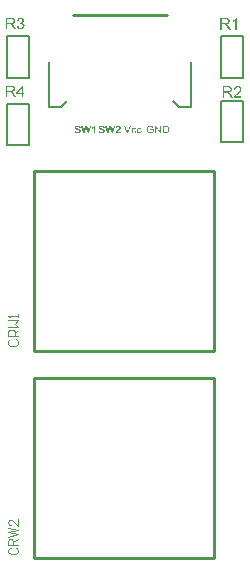
<source format=gbr>
G04*
G04 #@! TF.GenerationSoftware,Altium Limited,Altium Designer,23.0.1 (38)*
G04*
G04 Layer_Color=65535*
%FSLAX25Y25*%
%MOIN*%
G70*
G04*
G04 #@! TF.SameCoordinates,EBFAA98F-4B33-4929-AD0F-5C95987F4AB2*
G04*
G04*
G04 #@! TF.FilePolarity,Positive*
G04*
G01*
G75*
%ADD10C,0.00984*%
%ADD11C,0.00787*%
%ADD12C,0.01000*%
%ADD13C,0.00500*%
%ADD14C,0.00394*%
G36*
X259088Y211110D02*
X259128Y211106D01*
X259176Y211103D01*
X259223Y211095D01*
X259278Y211088D01*
X259394Y211063D01*
X259452Y211044D01*
X259511Y211026D01*
X259569Y211001D01*
X259623Y210972D01*
X259674Y210939D01*
X259722Y210902D01*
X259725Y210899D01*
X259733Y210892D01*
X259744Y210881D01*
X259758Y210866D01*
X259776Y210844D01*
X259798Y210819D01*
X259820Y210790D01*
X259845Y210757D01*
X259867Y210717D01*
X259889Y210677D01*
X259911Y210629D01*
X259929Y210578D01*
X259947Y210527D01*
X259962Y210469D01*
X259973Y210411D01*
X259977Y210346D01*
X259467Y210327D01*
Y210331D01*
Y210335D01*
X259460Y210360D01*
X259452Y210393D01*
X259438Y210433D01*
X259420Y210480D01*
X259394Y210524D01*
X259361Y210567D01*
X259325Y210604D01*
X259321Y210608D01*
X259307Y210618D01*
X259281Y210633D01*
X259245Y210648D01*
X259201Y210662D01*
X259147Y210677D01*
X259081Y210688D01*
X259005Y210691D01*
X258968D01*
X258928Y210688D01*
X258881Y210680D01*
X258826Y210669D01*
X258768Y210651D01*
X258713Y210629D01*
X258663Y210597D01*
X258659Y210593D01*
X258652Y210586D01*
X258637Y210575D01*
X258622Y210557D01*
X258608Y210535D01*
X258593Y210506D01*
X258586Y210476D01*
X258582Y210440D01*
Y210437D01*
Y210426D01*
X258586Y210407D01*
X258593Y210389D01*
X258601Y210364D01*
X258611Y210338D01*
X258630Y210313D01*
X258655Y210287D01*
X258659Y210284D01*
X258677Y210273D01*
X258688Y210265D01*
X258706Y210258D01*
X258724Y210247D01*
X258750Y210236D01*
X258779Y210225D01*
X258812Y210211D01*
X258852Y210196D01*
X258892Y210182D01*
X258943Y210167D01*
X258997Y210153D01*
X259056Y210138D01*
X259121Y210120D01*
X259125D01*
X259139Y210116D01*
X259157Y210113D01*
X259183Y210105D01*
X259212Y210098D01*
X259248Y210087D01*
X259289Y210076D01*
X259329Y210065D01*
X259416Y210036D01*
X259507Y210007D01*
X259594Y209974D01*
X259631Y209956D01*
X259667Y209938D01*
X259671D01*
X259674Y209934D01*
X259696Y209920D01*
X259729Y209898D01*
X259769Y209869D01*
X259813Y209832D01*
X259860Y209789D01*
X259907Y209738D01*
X259947Y209679D01*
X259951Y209672D01*
X259962Y209650D01*
X259980Y209617D01*
X259998Y209570D01*
X260017Y209512D01*
X260035Y209443D01*
X260046Y209366D01*
X260049Y209279D01*
Y209275D01*
Y209268D01*
Y209257D01*
Y209243D01*
X260046Y209224D01*
X260042Y209199D01*
X260035Y209148D01*
X260020Y209082D01*
X259998Y209013D01*
X259966Y208944D01*
X259926Y208871D01*
Y208868D01*
X259918Y208864D01*
X259904Y208842D01*
X259875Y208806D01*
X259838Y208766D01*
X259791Y208718D01*
X259729Y208675D01*
X259664Y208631D01*
X259583Y208591D01*
X259580D01*
X259573Y208587D01*
X259562Y208584D01*
X259543Y208576D01*
X259522Y208569D01*
X259496Y208562D01*
X259467Y208555D01*
X259434Y208547D01*
X259394Y208536D01*
X259354Y208529D01*
X259259Y208515D01*
X259154Y208504D01*
X259037Y208500D01*
X258990D01*
X258957Y208504D01*
X258917Y208507D01*
X258874Y208511D01*
X258823Y208518D01*
X258768Y208529D01*
X258648Y208555D01*
X258586Y208573D01*
X258528Y208591D01*
X258466Y208616D01*
X258408Y208646D01*
X258353Y208678D01*
X258302Y208718D01*
X258298Y208722D01*
X258291Y208729D01*
X258277Y208740D01*
X258262Y208758D01*
X258240Y208784D01*
X258218Y208813D01*
X258193Y208846D01*
X258167Y208882D01*
X258142Y208926D01*
X258117Y208973D01*
X258091Y209028D01*
X258066Y209086D01*
X258047Y209148D01*
X258026Y209217D01*
X258011Y209290D01*
X258000Y209366D01*
X258495Y209414D01*
Y209410D01*
X258499Y209403D01*
Y209388D01*
X258502Y209374D01*
X258517Y209330D01*
X258535Y209275D01*
X258557Y209213D01*
X258590Y209152D01*
X258626Y209097D01*
X258673Y209046D01*
X258681Y209042D01*
X258699Y209028D01*
X258728Y209010D01*
X258772Y208988D01*
X258826Y208966D01*
X258888Y208948D01*
X258961Y208933D01*
X259045Y208929D01*
X259085D01*
X259128Y208937D01*
X259183Y208944D01*
X259241Y208955D01*
X259303Y208973D01*
X259361Y208999D01*
X259412Y209031D01*
X259420Y209035D01*
X259434Y209050D01*
X259452Y209071D01*
X259478Y209101D01*
X259500Y209137D01*
X259522Y209181D01*
X259536Y209224D01*
X259540Y209275D01*
Y209279D01*
Y209290D01*
X259536Y209308D01*
X259532Y209330D01*
X259525Y209352D01*
X259518Y209377D01*
X259503Y209403D01*
X259485Y209428D01*
X259482Y209432D01*
X259474Y209439D01*
X259463Y209450D01*
X259445Y209465D01*
X259420Y209483D01*
X259387Y209501D01*
X259350Y209519D01*
X259303Y209537D01*
X259299D01*
X259285Y209545D01*
X259259Y209552D01*
X259241Y209559D01*
X259219Y209563D01*
X259194Y209570D01*
X259165Y209581D01*
X259132Y209588D01*
X259096Y209599D01*
X259052Y209610D01*
X259005Y209621D01*
X258954Y209636D01*
X258895Y209650D01*
X258892D01*
X258877Y209654D01*
X258855Y209661D01*
X258830Y209668D01*
X258797Y209679D01*
X258757Y209690D01*
X258717Y209705D01*
X258670Y209719D01*
X258575Y209756D01*
X258484Y209800D01*
X258437Y209821D01*
X258397Y209847D01*
X258357Y209872D01*
X258324Y209898D01*
X258320Y209901D01*
X258313Y209909D01*
X258302Y209920D01*
X258288Y209934D01*
X258269Y209956D01*
X258251Y209981D01*
X258229Y210007D01*
X258211Y210040D01*
X258167Y210116D01*
X258131Y210204D01*
X258117Y210251D01*
X258106Y210298D01*
X258098Y210353D01*
X258095Y210407D01*
Y210411D01*
Y210415D01*
Y210426D01*
Y210440D01*
X258102Y210476D01*
X258109Y210524D01*
X258120Y210578D01*
X258138Y210640D01*
X258164Y210706D01*
X258200Y210768D01*
Y210771D01*
X258204Y210775D01*
X258222Y210797D01*
X258244Y210826D01*
X258280Y210862D01*
X258324Y210902D01*
X258379Y210946D01*
X258440Y210986D01*
X258513Y211022D01*
X258517D01*
X258524Y211026D01*
X258535Y211030D01*
X258550Y211037D01*
X258572Y211044D01*
X258593Y211052D01*
X258622Y211059D01*
X258655Y211070D01*
X258728Y211084D01*
X258812Y211099D01*
X258906Y211110D01*
X259012Y211114D01*
X259056D01*
X259088Y211110D01*
D02*
G37*
G36*
X262932Y208547D02*
X262383D01*
X261888Y210429D01*
X261385Y208547D01*
X260832D01*
X260235Y211066D01*
X260755D01*
X261134Y209334D01*
X261593Y211066D01*
X262204D01*
X262641Y209304D01*
X263027Y211066D01*
X263540D01*
X262932Y208547D01*
D02*
G37*
G36*
X264588Y211077D02*
X264621Y211073D01*
X264658Y211070D01*
X264698Y211063D01*
X264741Y211055D01*
X264836Y211030D01*
X264931Y210993D01*
X264982Y210972D01*
X265025Y210946D01*
X265072Y210913D01*
X265113Y210877D01*
X265116Y210873D01*
X265124Y210870D01*
X265131Y210855D01*
X265145Y210841D01*
X265163Y210822D01*
X265182Y210797D01*
X265200Y210771D01*
X265222Y210739D01*
X265258Y210666D01*
X265295Y210582D01*
X265309Y210535D01*
X265316Y210484D01*
X265324Y210429D01*
X265327Y210375D01*
Y210367D01*
Y210346D01*
X265324Y210313D01*
X265320Y210273D01*
X265313Y210222D01*
X265302Y210167D01*
X265287Y210109D01*
X265265Y210051D01*
X265262Y210043D01*
X265254Y210025D01*
X265240Y209992D01*
X265218Y209952D01*
X265193Y209905D01*
X265160Y209850D01*
X265120Y209792D01*
X265072Y209730D01*
X265069Y209727D01*
X265054Y209708D01*
X265033Y209683D01*
X265000Y209647D01*
X264956Y209603D01*
X264901Y209545D01*
X264836Y209483D01*
X264756Y209406D01*
X264752Y209403D01*
X264745Y209399D01*
X264734Y209388D01*
X264719Y209374D01*
X264679Y209337D01*
X264632Y209294D01*
X264585Y209246D01*
X264537Y209199D01*
X264494Y209159D01*
X264479Y209141D01*
X264465Y209126D01*
X264461Y209122D01*
X264454Y209115D01*
X264443Y209101D01*
X264428Y209082D01*
X264395Y209042D01*
X264366Y208995D01*
X265327D01*
Y208547D01*
X263635D01*
Y208551D01*
Y208558D01*
X263638Y208573D01*
X263642Y208591D01*
X263646Y208613D01*
X263649Y208638D01*
X263664Y208704D01*
X263686Y208777D01*
X263715Y208857D01*
X263751Y208944D01*
X263798Y209028D01*
Y209031D01*
X263806Y209039D01*
X263813Y209053D01*
X263828Y209068D01*
X263842Y209093D01*
X263864Y209119D01*
X263890Y209152D01*
X263919Y209188D01*
X263951Y209232D01*
X263991Y209275D01*
X264035Y209326D01*
X264086Y209381D01*
X264141Y209436D01*
X264203Y209497D01*
X264268Y209563D01*
X264341Y209632D01*
X264345Y209636D01*
X264355Y209647D01*
X264370Y209661D01*
X264392Y209683D01*
X264421Y209705D01*
X264450Y209734D01*
X264516Y209800D01*
X264581Y209869D01*
X264647Y209938D01*
X264676Y209967D01*
X264705Y210000D01*
X264727Y210025D01*
X264741Y210047D01*
X264745Y210054D01*
X264756Y210072D01*
X264774Y210102D01*
X264792Y210142D01*
X264810Y210185D01*
X264829Y210236D01*
X264840Y210287D01*
X264843Y210342D01*
Y210346D01*
Y210349D01*
Y210367D01*
X264840Y210400D01*
X264832Y210437D01*
X264821Y210476D01*
X264807Y210517D01*
X264785Y210557D01*
X264756Y210593D01*
X264752Y210597D01*
X264741Y210608D01*
X264719Y210622D01*
X264694Y210637D01*
X264658Y210651D01*
X264617Y210666D01*
X264570Y210677D01*
X264516Y210680D01*
X264490D01*
X264461Y210677D01*
X264428Y210669D01*
X264388Y210659D01*
X264348Y210640D01*
X264308Y210618D01*
X264272Y210589D01*
X264268Y210586D01*
X264257Y210571D01*
X264243Y210549D01*
X264228Y210517D01*
X264210Y210476D01*
X264195Y210422D01*
X264181Y210360D01*
X264173Y210287D01*
X263693Y210335D01*
Y210338D01*
X263697Y210353D01*
Y210371D01*
X263704Y210400D01*
X263707Y210433D01*
X263718Y210469D01*
X263729Y210509D01*
X263740Y210557D01*
X263777Y210648D01*
X263820Y210742D01*
X263849Y210790D01*
X263882Y210833D01*
X263919Y210870D01*
X263959Y210906D01*
X263962Y210910D01*
X263970Y210913D01*
X263981Y210921D01*
X263999Y210935D01*
X264021Y210946D01*
X264050Y210961D01*
X264079Y210979D01*
X264115Y210993D01*
X264155Y211012D01*
X264199Y211026D01*
X264294Y211055D01*
X264406Y211073D01*
X264465Y211077D01*
X264527Y211081D01*
X264563D01*
X264588Y211077D01*
D02*
G37*
G36*
X251088Y211110D02*
X251128Y211106D01*
X251176Y211103D01*
X251223Y211095D01*
X251278Y211088D01*
X251394Y211063D01*
X251452Y211044D01*
X251511Y211026D01*
X251569Y211001D01*
X251623Y210972D01*
X251674Y210939D01*
X251722Y210902D01*
X251725Y210899D01*
X251733Y210892D01*
X251744Y210881D01*
X251758Y210866D01*
X251776Y210844D01*
X251798Y210819D01*
X251820Y210790D01*
X251846Y210757D01*
X251867Y210717D01*
X251889Y210677D01*
X251911Y210629D01*
X251929Y210578D01*
X251947Y210527D01*
X251962Y210469D01*
X251973Y210411D01*
X251976Y210346D01*
X251467Y210327D01*
Y210331D01*
Y210335D01*
X251460Y210360D01*
X251452Y210393D01*
X251438Y210433D01*
X251420Y210480D01*
X251394Y210524D01*
X251361Y210567D01*
X251325Y210604D01*
X251321Y210608D01*
X251307Y210618D01*
X251281Y210633D01*
X251245Y210648D01*
X251201Y210662D01*
X251147Y210677D01*
X251081Y210688D01*
X251005Y210691D01*
X250968D01*
X250928Y210688D01*
X250881Y210680D01*
X250826Y210669D01*
X250768Y210651D01*
X250713Y210629D01*
X250662Y210597D01*
X250659Y210593D01*
X250652Y210586D01*
X250637Y210575D01*
X250622Y210557D01*
X250608Y210535D01*
X250593Y210506D01*
X250586Y210476D01*
X250582Y210440D01*
Y210437D01*
Y210426D01*
X250586Y210407D01*
X250593Y210389D01*
X250601Y210364D01*
X250611Y210338D01*
X250630Y210313D01*
X250655Y210287D01*
X250659Y210284D01*
X250677Y210273D01*
X250688Y210265D01*
X250706Y210258D01*
X250724Y210247D01*
X250750Y210236D01*
X250779Y210225D01*
X250812Y210211D01*
X250852Y210196D01*
X250892Y210182D01*
X250943Y210167D01*
X250997Y210153D01*
X251056Y210138D01*
X251121Y210120D01*
X251125D01*
X251139Y210116D01*
X251157Y210113D01*
X251183Y210105D01*
X251212Y210098D01*
X251249Y210087D01*
X251289Y210076D01*
X251329Y210065D01*
X251416Y210036D01*
X251507Y210007D01*
X251594Y209974D01*
X251631Y209956D01*
X251667Y209938D01*
X251671D01*
X251674Y209934D01*
X251696Y209920D01*
X251729Y209898D01*
X251769Y209869D01*
X251813Y209832D01*
X251860Y209789D01*
X251907Y209738D01*
X251947Y209679D01*
X251951Y209672D01*
X251962Y209650D01*
X251980Y209617D01*
X251998Y209570D01*
X252017Y209512D01*
X252035Y209443D01*
X252046Y209366D01*
X252049Y209279D01*
Y209275D01*
Y209268D01*
Y209257D01*
Y209243D01*
X252046Y209224D01*
X252042Y209199D01*
X252035Y209148D01*
X252020Y209082D01*
X251998Y209013D01*
X251966Y208944D01*
X251926Y208871D01*
Y208868D01*
X251918Y208864D01*
X251904Y208842D01*
X251875Y208806D01*
X251838Y208766D01*
X251791Y208718D01*
X251729Y208675D01*
X251663Y208631D01*
X251583Y208591D01*
X251580D01*
X251572Y208587D01*
X251562Y208584D01*
X251543Y208576D01*
X251521Y208569D01*
X251496Y208562D01*
X251467Y208555D01*
X251434Y208547D01*
X251394Y208536D01*
X251354Y208529D01*
X251259Y208515D01*
X251154Y208504D01*
X251037Y208500D01*
X250990D01*
X250957Y208504D01*
X250917Y208507D01*
X250874Y208511D01*
X250823Y208518D01*
X250768Y208529D01*
X250648Y208555D01*
X250586Y208573D01*
X250528Y208591D01*
X250466Y208616D01*
X250408Y208646D01*
X250353Y208678D01*
X250302Y208718D01*
X250299Y208722D01*
X250291Y208729D01*
X250277Y208740D01*
X250262Y208758D01*
X250240Y208784D01*
X250218Y208813D01*
X250193Y208846D01*
X250167Y208882D01*
X250142Y208926D01*
X250116Y208973D01*
X250091Y209028D01*
X250065Y209086D01*
X250047Y209148D01*
X250026Y209217D01*
X250011Y209290D01*
X250000Y209366D01*
X250495Y209414D01*
Y209410D01*
X250499Y209403D01*
Y209388D01*
X250502Y209374D01*
X250517Y209330D01*
X250535Y209275D01*
X250557Y209213D01*
X250590Y209152D01*
X250626Y209097D01*
X250673Y209046D01*
X250681Y209042D01*
X250699Y209028D01*
X250728Y209010D01*
X250772Y208988D01*
X250826Y208966D01*
X250888Y208948D01*
X250961Y208933D01*
X251045Y208929D01*
X251085D01*
X251128Y208937D01*
X251183Y208944D01*
X251241Y208955D01*
X251303Y208973D01*
X251361Y208999D01*
X251412Y209031D01*
X251420Y209035D01*
X251434Y209050D01*
X251452Y209071D01*
X251478Y209101D01*
X251500Y209137D01*
X251521Y209181D01*
X251536Y209224D01*
X251540Y209275D01*
Y209279D01*
Y209290D01*
X251536Y209308D01*
X251532Y209330D01*
X251525Y209352D01*
X251518Y209377D01*
X251503Y209403D01*
X251485Y209428D01*
X251482Y209432D01*
X251474Y209439D01*
X251463Y209450D01*
X251445Y209465D01*
X251420Y209483D01*
X251387Y209501D01*
X251350Y209519D01*
X251303Y209537D01*
X251300D01*
X251285Y209545D01*
X251259Y209552D01*
X251241Y209559D01*
X251219Y209563D01*
X251194Y209570D01*
X251165Y209581D01*
X251132Y209588D01*
X251096Y209599D01*
X251052Y209610D01*
X251005Y209621D01*
X250954Y209636D01*
X250895Y209650D01*
X250892D01*
X250877Y209654D01*
X250855Y209661D01*
X250830Y209668D01*
X250797Y209679D01*
X250757Y209690D01*
X250717Y209705D01*
X250670Y209719D01*
X250575Y209756D01*
X250484Y209800D01*
X250437Y209821D01*
X250397Y209847D01*
X250357Y209872D01*
X250324Y209898D01*
X250320Y209901D01*
X250313Y209909D01*
X250302Y209920D01*
X250288Y209934D01*
X250269Y209956D01*
X250251Y209981D01*
X250229Y210007D01*
X250211Y210040D01*
X250167Y210116D01*
X250131Y210204D01*
X250116Y210251D01*
X250106Y210298D01*
X250098Y210353D01*
X250095Y210407D01*
Y210411D01*
Y210415D01*
Y210426D01*
Y210440D01*
X250102Y210476D01*
X250109Y210524D01*
X250120Y210578D01*
X250138Y210640D01*
X250164Y210706D01*
X250200Y210768D01*
Y210771D01*
X250204Y210775D01*
X250222Y210797D01*
X250244Y210826D01*
X250280Y210862D01*
X250324Y210902D01*
X250379Y210946D01*
X250440Y210986D01*
X250513Y211022D01*
X250517D01*
X250524Y211026D01*
X250535Y211030D01*
X250550Y211037D01*
X250571Y211044D01*
X250593Y211052D01*
X250622Y211059D01*
X250655Y211070D01*
X250728Y211084D01*
X250812Y211099D01*
X250906Y211110D01*
X251012Y211114D01*
X251056D01*
X251088Y211110D01*
D02*
G37*
G36*
X254932Y208547D02*
X254383D01*
X253888Y210429D01*
X253385Y208547D01*
X252832D01*
X252235Y211066D01*
X252755D01*
X253134Y209334D01*
X253593Y211066D01*
X254204D01*
X254641Y209304D01*
X255027Y211066D01*
X255540D01*
X254932Y208547D01*
D02*
G37*
G36*
X256931D02*
X256446D01*
Y210371D01*
X256443Y210367D01*
X256435Y210360D01*
X256421Y210349D01*
X256399Y210331D01*
X256374Y210309D01*
X256345Y210287D01*
X256308Y210262D01*
X256268Y210233D01*
X256224Y210204D01*
X256177Y210174D01*
X256126Y210142D01*
X256071Y210113D01*
X255955Y210058D01*
X255824Y210007D01*
Y210444D01*
X255828D01*
X255831Y210447D01*
X255842Y210451D01*
X255857Y210455D01*
X255893Y210473D01*
X255944Y210495D01*
X256006Y210524D01*
X256075Y210564D01*
X256152Y210615D01*
X256232Y210673D01*
X256235Y210677D01*
X256243Y210680D01*
X256254Y210691D01*
X256268Y210706D01*
X256308Y210742D01*
X256352Y210790D01*
X256403Y210848D01*
X256454Y210921D01*
X256501Y210997D01*
X256537Y211081D01*
X256931D01*
Y208547D01*
D02*
G37*
G36*
X271621Y210404D02*
X271643D01*
X271672Y210400D01*
X271742Y210389D01*
X271818Y210371D01*
X271898Y210342D01*
X271978Y210305D01*
X272055Y210255D01*
X272058D01*
X272062Y210247D01*
X272084Y210225D01*
X272116Y210193D01*
X272157Y210145D01*
X272197Y210087D01*
X272237Y210014D01*
X272273Y209930D01*
X272299Y209832D01*
X271996Y209785D01*
Y209789D01*
X271993Y209792D01*
X271989Y209814D01*
X271978Y209847D01*
X271960Y209887D01*
X271942Y209930D01*
X271913Y209978D01*
X271880Y210021D01*
X271844Y210058D01*
X271840Y210062D01*
X271825Y210072D01*
X271800Y210087D01*
X271771Y210105D01*
X271731Y210123D01*
X271687Y210138D01*
X271636Y210149D01*
X271581Y210153D01*
X271560D01*
X271541Y210149D01*
X271501Y210145D01*
X271447Y210131D01*
X271389Y210113D01*
X271323Y210083D01*
X271261Y210040D01*
X271232Y210014D01*
X271203Y209985D01*
Y209981D01*
X271196Y209978D01*
X271188Y209967D01*
X271181Y209952D01*
X271170Y209934D01*
X271156Y209912D01*
X271145Y209887D01*
X271130Y209858D01*
X271115Y209821D01*
X271105Y209781D01*
X271090Y209738D01*
X271079Y209690D01*
X271072Y209639D01*
X271065Y209581D01*
X271057Y209519D01*
Y209454D01*
Y209450D01*
Y209439D01*
Y209417D01*
X271061Y209395D01*
Y209363D01*
X271065Y209330D01*
X271076Y209250D01*
X271090Y209162D01*
X271115Y209071D01*
X271148Y208991D01*
X271170Y208951D01*
X271196Y208919D01*
X271203Y208911D01*
X271221Y208893D01*
X271254Y208868D01*
X271294Y208839D01*
X271349Y208806D01*
X271410Y208780D01*
X271483Y208762D01*
X271523Y208758D01*
X271563Y208755D01*
X271570D01*
X271592Y208758D01*
X271629Y208762D01*
X271669Y208769D01*
X271716Y208780D01*
X271767Y208802D01*
X271818Y208828D01*
X271865Y208864D01*
X271873Y208868D01*
X271884Y208886D01*
X271905Y208911D01*
X271931Y208951D01*
X271956Y208999D01*
X271986Y209057D01*
X272007Y209130D01*
X272022Y209210D01*
X272328Y209170D01*
Y209166D01*
X272324Y209155D01*
X272320Y209141D01*
X272317Y209119D01*
X272309Y209090D01*
X272302Y209061D01*
X272277Y208988D01*
X272244Y208911D01*
X272197Y208828D01*
X272138Y208748D01*
X272106Y208711D01*
X272069Y208675D01*
X272066Y208671D01*
X272058Y208667D01*
X272047Y208660D01*
X272033Y208649D01*
X272015Y208635D01*
X271989Y208620D01*
X271960Y208606D01*
X271931Y208587D01*
X271858Y208555D01*
X271771Y208529D01*
X271676Y208507D01*
X271621Y208504D01*
X271567Y208500D01*
X271531D01*
X271505Y208504D01*
X271472Y208507D01*
X271436Y208515D01*
X271396Y208522D01*
X271352Y208529D01*
X271254Y208558D01*
X271206Y208580D01*
X271156Y208602D01*
X271105Y208631D01*
X271057Y208664D01*
X271010Y208700D01*
X270966Y208744D01*
X270963Y208748D01*
X270955Y208755D01*
X270944Y208769D01*
X270930Y208788D01*
X270915Y208813D01*
X270894Y208846D01*
X270875Y208882D01*
X270853Y208922D01*
X270832Y208970D01*
X270813Y209024D01*
X270792Y209079D01*
X270777Y209144D01*
X270762Y209210D01*
X270752Y209286D01*
X270744Y209363D01*
X270741Y209446D01*
Y209450D01*
Y209461D01*
Y209475D01*
Y209497D01*
X270744Y209523D01*
Y209552D01*
X270748Y209585D01*
X270752Y209621D01*
X270762Y209701D01*
X270781Y209789D01*
X270802Y209876D01*
X270835Y209963D01*
Y209967D01*
X270839Y209974D01*
X270846Y209985D01*
X270853Y210000D01*
X270875Y210040D01*
X270908Y210087D01*
X270952Y210142D01*
X271003Y210196D01*
X271065Y210251D01*
X271134Y210295D01*
X271137D01*
X271145Y210298D01*
X271156Y210305D01*
X271170Y210313D01*
X271188Y210320D01*
X271210Y210331D01*
X271265Y210353D01*
X271327Y210371D01*
X271403Y210389D01*
X271483Y210404D01*
X271570Y210407D01*
X271600D01*
X271621Y210404D01*
D02*
G37*
G36*
X269860D02*
X269882D01*
X269911Y210400D01*
X269980Y210389D01*
X270056Y210371D01*
X270136Y210342D01*
X270216Y210305D01*
X270293Y210255D01*
X270297D01*
X270300Y210247D01*
X270322Y210225D01*
X270355Y210193D01*
X270395Y210145D01*
X270435Y210087D01*
X270475Y210014D01*
X270511Y209930D01*
X270537Y209832D01*
X270235Y209785D01*
Y209789D01*
X270231Y209792D01*
X270227Y209814D01*
X270216Y209847D01*
X270198Y209887D01*
X270180Y209930D01*
X270151Y209978D01*
X270118Y210021D01*
X270082Y210058D01*
X270078Y210062D01*
X270064Y210072D01*
X270038Y210087D01*
X270009Y210105D01*
X269969Y210123D01*
X269925Y210138D01*
X269874Y210149D01*
X269820Y210153D01*
X269798D01*
X269780Y210149D01*
X269740Y210145D01*
X269685Y210131D01*
X269627Y210113D01*
X269561Y210083D01*
X269499Y210040D01*
X269470Y210014D01*
X269441Y209985D01*
Y209981D01*
X269434Y209978D01*
X269427Y209967D01*
X269419Y209952D01*
X269408Y209934D01*
X269394Y209912D01*
X269383Y209887D01*
X269368Y209858D01*
X269354Y209821D01*
X269343Y209781D01*
X269328Y209738D01*
X269317Y209690D01*
X269310Y209639D01*
X269303Y209581D01*
X269296Y209519D01*
Y209454D01*
Y209450D01*
Y209439D01*
Y209417D01*
X269299Y209395D01*
Y209363D01*
X269303Y209330D01*
X269314Y209250D01*
X269328Y209162D01*
X269354Y209071D01*
X269387Y208991D01*
X269408Y208951D01*
X269434Y208919D01*
X269441Y208911D01*
X269459Y208893D01*
X269492Y208868D01*
X269532Y208839D01*
X269587Y208806D01*
X269649Y208780D01*
X269721Y208762D01*
X269761Y208758D01*
X269801Y208755D01*
X269809D01*
X269831Y208758D01*
X269867Y208762D01*
X269907Y208769D01*
X269954Y208780D01*
X270005Y208802D01*
X270056Y208828D01*
X270104Y208864D01*
X270111Y208868D01*
X270122Y208886D01*
X270144Y208911D01*
X270169Y208951D01*
X270195Y208999D01*
X270224Y209057D01*
X270246Y209130D01*
X270260Y209210D01*
X270566Y209170D01*
Y209166D01*
X270562Y209155D01*
X270559Y209141D01*
X270555Y209119D01*
X270548Y209090D01*
X270540Y209061D01*
X270515Y208988D01*
X270482Y208911D01*
X270435Y208828D01*
X270377Y208748D01*
X270344Y208711D01*
X270307Y208675D01*
X270304Y208671D01*
X270297Y208667D01*
X270286Y208660D01*
X270271Y208649D01*
X270253Y208635D01*
X270227Y208620D01*
X270198Y208606D01*
X270169Y208587D01*
X270096Y208555D01*
X270009Y208529D01*
X269914Y208507D01*
X269860Y208504D01*
X269805Y208500D01*
X269769D01*
X269743Y208504D01*
X269710Y208507D01*
X269674Y208515D01*
X269634Y208522D01*
X269590Y208529D01*
X269492Y208558D01*
X269445Y208580D01*
X269394Y208602D01*
X269343Y208631D01*
X269296Y208664D01*
X269248Y208700D01*
X269204Y208744D01*
X269201Y208748D01*
X269194Y208755D01*
X269183Y208769D01*
X269168Y208788D01*
X269154Y208813D01*
X269132Y208846D01*
X269113Y208882D01*
X269092Y208922D01*
X269070Y208970D01*
X269052Y209024D01*
X269030Y209079D01*
X269015Y209144D01*
X269001Y209210D01*
X268990Y209286D01*
X268983Y209363D01*
X268979Y209446D01*
Y209450D01*
Y209461D01*
Y209475D01*
Y209497D01*
X268983Y209523D01*
Y209552D01*
X268986Y209585D01*
X268990Y209621D01*
X269001Y209701D01*
X269019Y209789D01*
X269041Y209876D01*
X269074Y209963D01*
Y209967D01*
X269077Y209974D01*
X269084Y209985D01*
X269092Y210000D01*
X269113Y210040D01*
X269146Y210087D01*
X269190Y210142D01*
X269241Y210196D01*
X269303Y210251D01*
X269372Y210295D01*
X269376D01*
X269383Y210298D01*
X269394Y210305D01*
X269408Y210313D01*
X269427Y210320D01*
X269448Y210331D01*
X269503Y210353D01*
X269565Y210371D01*
X269641Y210389D01*
X269721Y210404D01*
X269809Y210407D01*
X269838D01*
X269860Y210404D01*
D02*
G37*
G36*
X267825Y208540D02*
X267476D01*
X266500Y211059D01*
X266864D01*
X267519Y209228D01*
Y209224D01*
X267523Y209217D01*
X267527Y209206D01*
X267534Y209192D01*
X267537Y209170D01*
X267545Y209148D01*
X267563Y209093D01*
X267585Y209031D01*
X267607Y208962D01*
X267650Y208817D01*
Y208820D01*
X267654Y208828D01*
X267657Y208839D01*
X267661Y208853D01*
X267672Y208893D01*
X267690Y208948D01*
X267708Y209010D01*
X267730Y209079D01*
X267756Y209152D01*
X267785Y209228D01*
X268469Y211059D01*
X268808D01*
X267825Y208540D01*
D02*
G37*
G36*
X275329Y211103D02*
X275358D01*
X275427Y211095D01*
X275503Y211084D01*
X275583Y211066D01*
X275671Y211044D01*
X275754Y211015D01*
X275758D01*
X275765Y211012D01*
X275776Y211008D01*
X275791Y211001D01*
X275831Y210979D01*
X275882Y210953D01*
X275937Y210917D01*
X275995Y210873D01*
X276049Y210826D01*
X276100Y210768D01*
X276108Y210760D01*
X276122Y210739D01*
X276144Y210706D01*
X276173Y210659D01*
X276202Y210600D01*
X276235Y210527D01*
X276268Y210447D01*
X276293Y210356D01*
X275991Y210276D01*
Y210280D01*
X275987Y210284D01*
X275984Y210295D01*
X275980Y210309D01*
X275969Y210342D01*
X275955Y210385D01*
X275933Y210437D01*
X275907Y210484D01*
X275882Y210535D01*
X275849Y210578D01*
X275846Y210582D01*
X275835Y210597D01*
X275813Y210615D01*
X275787Y210640D01*
X275754Y210669D01*
X275711Y210699D01*
X275663Y210728D01*
X275609Y210753D01*
X275602Y210757D01*
X275583Y210764D01*
X275551Y210775D01*
X275507Y210790D01*
X275456Y210801D01*
X275398Y210811D01*
X275332Y210819D01*
X275263Y210822D01*
X275223D01*
X275205Y210819D01*
X275183D01*
X275128Y210815D01*
X275066Y210804D01*
X274997Y210793D01*
X274932Y210775D01*
X274866Y210750D01*
X274859Y210746D01*
X274837Y210739D01*
X274808Y210720D01*
X274772Y210702D01*
X274728Y210673D01*
X274681Y210644D01*
X274637Y210608D01*
X274597Y210567D01*
X274593Y210564D01*
X274579Y210549D01*
X274561Y210524D01*
X274539Y210495D01*
X274513Y210458D01*
X274488Y210415D01*
X274462Y210367D01*
X274437Y210316D01*
Y210313D01*
X274433Y210305D01*
X274429Y210295D01*
X274422Y210276D01*
X274415Y210255D01*
X274408Y210229D01*
X274397Y210200D01*
X274390Y210167D01*
X274371Y210091D01*
X274357Y210003D01*
X274346Y209912D01*
X274342Y209810D01*
Y209807D01*
Y209796D01*
Y209778D01*
X274346Y209756D01*
Y209727D01*
X274349Y209690D01*
X274353Y209654D01*
X274357Y209614D01*
X274371Y209523D01*
X274390Y209428D01*
X274419Y209334D01*
X274455Y209243D01*
Y209239D01*
X274462Y209232D01*
X274466Y209221D01*
X274477Y209206D01*
X274502Y209166D01*
X274542Y209115D01*
X274590Y209061D01*
X274648Y209006D01*
X274717Y208955D01*
X274794Y208908D01*
X274797D01*
X274804Y208904D01*
X274815Y208897D01*
X274834Y208890D01*
X274852Y208882D01*
X274877Y208875D01*
X274936Y208853D01*
X275008Y208835D01*
X275088Y208817D01*
X275176Y208802D01*
X275267Y208799D01*
X275303D01*
X275325Y208802D01*
X275347D01*
X275401Y208809D01*
X275467Y208817D01*
X275536Y208831D01*
X275612Y208853D01*
X275689Y208879D01*
X275693D01*
X275700Y208882D01*
X275707Y208886D01*
X275722Y208893D01*
X275762Y208911D01*
X275805Y208933D01*
X275856Y208959D01*
X275911Y208988D01*
X275962Y209020D01*
X276006Y209057D01*
Y209530D01*
X275263D01*
Y209829D01*
X276333D01*
Y208893D01*
X276330Y208890D01*
X276322Y208886D01*
X276308Y208875D01*
X276290Y208860D01*
X276268Y208846D01*
X276242Y208828D01*
X276209Y208806D01*
X276177Y208784D01*
X276100Y208737D01*
X276013Y208686D01*
X275922Y208638D01*
X275824Y208598D01*
X275820D01*
X275813Y208595D01*
X275798Y208591D01*
X275780Y208584D01*
X275754Y208576D01*
X275725Y208565D01*
X275693Y208558D01*
X275660Y208551D01*
X275580Y208533D01*
X275489Y208515D01*
X275391Y208504D01*
X275289Y208500D01*
X275252D01*
X275227Y208504D01*
X275194D01*
X275154Y208507D01*
X275110Y208515D01*
X275063Y208518D01*
X274957Y208540D01*
X274845Y208565D01*
X274728Y208606D01*
X274670Y208627D01*
X274611Y208657D01*
X274608Y208660D01*
X274597Y208664D01*
X274582Y208675D01*
X274561Y208686D01*
X274535Y208704D01*
X274510Y208722D01*
X274440Y208773D01*
X274368Y208839D01*
X274291Y208919D01*
X274218Y209010D01*
X274153Y209115D01*
Y209119D01*
X274146Y209130D01*
X274138Y209144D01*
X274127Y209170D01*
X274116Y209195D01*
X274106Y209232D01*
X274091Y209268D01*
X274076Y209312D01*
X274062Y209359D01*
X274047Y209414D01*
X274036Y209468D01*
X274026Y209526D01*
X274007Y209654D01*
X274000Y209789D01*
Y209792D01*
Y209807D01*
Y209825D01*
X274004Y209850D01*
Y209883D01*
X274007Y209923D01*
X274015Y209963D01*
X274018Y210011D01*
X274029Y210062D01*
X274036Y210116D01*
X274065Y210233D01*
X274102Y210353D01*
X274153Y210473D01*
X274156Y210476D01*
X274160Y210487D01*
X274167Y210502D01*
X274182Y210524D01*
X274197Y210553D01*
X274215Y210582D01*
X274266Y210651D01*
X274328Y210731D01*
X274404Y210808D01*
X274491Y210884D01*
X274542Y210917D01*
X274593Y210950D01*
X274597Y210953D01*
X274608Y210957D01*
X274622Y210964D01*
X274644Y210975D01*
X274673Y210986D01*
X274706Y211001D01*
X274743Y211015D01*
X274786Y211030D01*
X274834Y211044D01*
X274885Y211055D01*
X274939Y211070D01*
X274997Y211081D01*
X275125Y211099D01*
X275190Y211106D01*
X275307D01*
X275329Y211103D01*
D02*
G37*
G36*
X278805Y208544D02*
X278459D01*
X277141Y210520D01*
Y208544D01*
X276821D01*
Y211063D01*
X277163D01*
X278485Y209082D01*
Y211063D01*
X278805D01*
Y208544D01*
D02*
G37*
G36*
X280399Y211059D02*
X280472Y211055D01*
X280545Y211048D01*
X280617Y211037D01*
X280679Y211026D01*
X280683D01*
X280690Y211022D01*
X280701D01*
X280716Y211015D01*
X280756Y211004D01*
X280807Y210986D01*
X280865Y210961D01*
X280927Y210928D01*
X280989Y210892D01*
X281047Y210844D01*
X281051Y210841D01*
X281054Y210837D01*
X281065Y210826D01*
X281080Y210815D01*
X281116Y210779D01*
X281160Y210728D01*
X281207Y210666D01*
X281258Y210593D01*
X281306Y210509D01*
X281346Y210415D01*
Y210411D01*
X281349Y210404D01*
X281356Y210389D01*
X281360Y210367D01*
X281371Y210342D01*
X281378Y210313D01*
X281386Y210280D01*
X281397Y210240D01*
X281407Y210200D01*
X281415Y210153D01*
X281433Y210051D01*
X281444Y209938D01*
X281447Y209814D01*
Y209810D01*
Y209803D01*
Y209785D01*
Y209767D01*
X281444Y209741D01*
Y209712D01*
X281440Y209643D01*
X281429Y209563D01*
X281418Y209479D01*
X281400Y209392D01*
X281378Y209304D01*
Y209301D01*
X281375Y209294D01*
X281371Y209283D01*
X281367Y209268D01*
X281353Y209228D01*
X281331Y209177D01*
X281309Y209119D01*
X281280Y209061D01*
X281244Y208999D01*
X281207Y208940D01*
X281204Y208933D01*
X281189Y208915D01*
X281167Y208890D01*
X281138Y208857D01*
X281105Y208820D01*
X281065Y208784D01*
X281025Y208744D01*
X280978Y208711D01*
X280971Y208707D01*
X280956Y208697D01*
X280931Y208682D01*
X280894Y208664D01*
X280851Y208642D01*
X280800Y208624D01*
X280741Y208602D01*
X280676Y208584D01*
X280668D01*
X280658Y208580D01*
X280647Y208576D01*
X280610Y208573D01*
X280559Y208565D01*
X280501Y208558D01*
X280432Y208551D01*
X280355Y208547D01*
X280272Y208544D01*
X279365D01*
Y211063D01*
X280334D01*
X280399Y211059D01*
D02*
G37*
G36*
X232755Y221954D02*
X233277D01*
Y221521D01*
X232755D01*
Y220600D01*
X232284D01*
Y221521D01*
X230613D01*
Y221954D01*
X232372Y224441D01*
X232755D01*
Y221954D01*
D02*
G37*
G36*
X228926Y224435D02*
X228976D01*
X229093Y224429D01*
X229215Y224413D01*
X229348Y224396D01*
X229470Y224368D01*
X229531Y224352D01*
X229581Y224335D01*
X229586D01*
X229592Y224330D01*
X229625Y224313D01*
X229675Y224291D01*
X229736Y224252D01*
X229803Y224202D01*
X229875Y224135D01*
X229942Y224058D01*
X230008Y223969D01*
Y223963D01*
X230014Y223958D01*
X230036Y223924D01*
X230058Y223869D01*
X230091Y223797D01*
X230119Y223713D01*
X230147Y223614D01*
X230164Y223508D01*
X230169Y223392D01*
Y223386D01*
Y223375D01*
Y223353D01*
X230164Y223325D01*
Y223286D01*
X230158Y223247D01*
X230136Y223153D01*
X230103Y223042D01*
X230058Y222925D01*
X229992Y222809D01*
X229947Y222753D01*
X229903Y222698D01*
X229897Y222692D01*
X229892Y222687D01*
X229875Y222670D01*
X229853Y222654D01*
X229825Y222631D01*
X229792Y222609D01*
X229747Y222581D01*
X229703Y222548D01*
X229647Y222520D01*
X229586Y222493D01*
X229520Y222459D01*
X229448Y222431D01*
X229364Y222409D01*
X229281Y222382D01*
X229187Y222365D01*
X229087Y222348D01*
X229098Y222343D01*
X229120Y222332D01*
X229153Y222309D01*
X229198Y222287D01*
X229298Y222226D01*
X229348Y222187D01*
X229392Y222154D01*
X229403Y222143D01*
X229431Y222115D01*
X229475Y222071D01*
X229531Y222015D01*
X229592Y221938D01*
X229664Y221854D01*
X229736Y221754D01*
X229814Y221643D01*
X230474Y220600D01*
X229842D01*
X229337Y221399D01*
Y221405D01*
X229326Y221416D01*
X229314Y221432D01*
X229298Y221455D01*
X229259Y221516D01*
X229209Y221593D01*
X229148Y221677D01*
X229087Y221765D01*
X229026Y221849D01*
X228970Y221926D01*
X228965Y221932D01*
X228948Y221954D01*
X228920Y221988D01*
X228882Y222026D01*
X228798Y222110D01*
X228754Y222148D01*
X228710Y222182D01*
X228704Y222187D01*
X228693Y222193D01*
X228671Y222204D01*
X228637Y222221D01*
X228604Y222237D01*
X228565Y222254D01*
X228476Y222282D01*
X228471D01*
X228460Y222287D01*
X228438D01*
X228410Y222293D01*
X228371Y222298D01*
X228327D01*
X228266Y222304D01*
X227611D01*
Y220600D01*
X227100D01*
Y224441D01*
X228882D01*
X228926Y224435D01*
D02*
G37*
G36*
X232095Y247052D02*
X232167Y247041D01*
X232256Y247024D01*
X232356Y246996D01*
X232456Y246963D01*
X232556Y246919D01*
X232561D01*
X232567Y246913D01*
X232600Y246896D01*
X232650Y246863D01*
X232705Y246824D01*
X232772Y246769D01*
X232839Y246708D01*
X232905Y246635D01*
X232961Y246552D01*
X232966Y246541D01*
X232983Y246513D01*
X233005Y246463D01*
X233033Y246402D01*
X233061Y246330D01*
X233083Y246247D01*
X233100Y246153D01*
X233105Y246058D01*
Y246047D01*
Y246014D01*
X233100Y245970D01*
X233088Y245908D01*
X233072Y245836D01*
X233044Y245759D01*
X233011Y245681D01*
X232966Y245603D01*
X232961Y245592D01*
X232944Y245570D01*
X232911Y245531D01*
X232866Y245487D01*
X232811Y245437D01*
X232744Y245381D01*
X232667Y245331D01*
X232572Y245281D01*
X232578D01*
X232589Y245276D01*
X232606Y245270D01*
X232628Y245265D01*
X232689Y245242D01*
X232767Y245209D01*
X232855Y245165D01*
X232944Y245109D01*
X233027Y245037D01*
X233105Y244954D01*
X233111Y244943D01*
X233133Y244909D01*
X233166Y244854D01*
X233199Y244782D01*
X233233Y244693D01*
X233266Y244587D01*
X233288Y244465D01*
X233294Y244332D01*
Y244327D01*
Y244310D01*
Y244282D01*
X233288Y244249D01*
X233283Y244205D01*
X233272Y244155D01*
X233260Y244099D01*
X233249Y244038D01*
X233205Y243905D01*
X233172Y243833D01*
X233138Y243766D01*
X233094Y243694D01*
X233044Y243622D01*
X232989Y243550D01*
X232922Y243483D01*
X232916Y243478D01*
X232905Y243466D01*
X232883Y243450D01*
X232855Y243428D01*
X232822Y243400D01*
X232778Y243372D01*
X232728Y243339D01*
X232667Y243311D01*
X232606Y243278D01*
X232533Y243244D01*
X232461Y243217D01*
X232378Y243189D01*
X232289Y243167D01*
X232195Y243150D01*
X232101Y243139D01*
X231995Y243133D01*
X231945D01*
X231912Y243139D01*
X231868Y243144D01*
X231818Y243150D01*
X231762Y243161D01*
X231701Y243172D01*
X231568Y243205D01*
X231429Y243261D01*
X231357Y243294D01*
X231290Y243333D01*
X231224Y243383D01*
X231157Y243433D01*
X231152Y243439D01*
X231140Y243450D01*
X231124Y243466D01*
X231107Y243489D01*
X231079Y243516D01*
X231052Y243555D01*
X231018Y243594D01*
X230985Y243644D01*
X230952Y243700D01*
X230918Y243755D01*
X230857Y243888D01*
X230807Y244044D01*
X230791Y244127D01*
X230780Y244216D01*
X231251Y244277D01*
Y244271D01*
X231257Y244260D01*
X231262Y244238D01*
X231268Y244210D01*
X231274Y244177D01*
X231285Y244138D01*
X231312Y244055D01*
X231351Y243955D01*
X231401Y243860D01*
X231457Y243772D01*
X231523Y243694D01*
X231535Y243688D01*
X231557Y243666D01*
X231601Y243638D01*
X231657Y243611D01*
X231723Y243577D01*
X231806Y243550D01*
X231901Y243527D01*
X232001Y243522D01*
X232034D01*
X232056Y243527D01*
X232117Y243533D01*
X232195Y243550D01*
X232284Y243577D01*
X232378Y243616D01*
X232472Y243672D01*
X232561Y243749D01*
X232572Y243761D01*
X232600Y243794D01*
X232633Y243844D01*
X232678Y243910D01*
X232722Y243994D01*
X232755Y244088D01*
X232783Y244199D01*
X232794Y244321D01*
Y244327D01*
Y244338D01*
Y244354D01*
X232789Y244377D01*
X232783Y244438D01*
X232767Y244510D01*
X232744Y244599D01*
X232705Y244687D01*
X232650Y244776D01*
X232578Y244860D01*
X232567Y244871D01*
X232539Y244893D01*
X232495Y244926D01*
X232434Y244965D01*
X232356Y245004D01*
X232261Y245037D01*
X232156Y245059D01*
X232039Y245070D01*
X231990D01*
X231951Y245065D01*
X231901Y245059D01*
X231845Y245048D01*
X231779Y245037D01*
X231707Y245020D01*
X231762Y245437D01*
X231790D01*
X231812Y245431D01*
X231884D01*
X231945Y245442D01*
X232017Y245453D01*
X232101Y245470D01*
X232195Y245498D01*
X232284Y245536D01*
X232378Y245586D01*
X232384D01*
X232389Y245592D01*
X232417Y245614D01*
X232456Y245653D01*
X232500Y245703D01*
X232544Y245775D01*
X232583Y245858D01*
X232611Y245953D01*
X232622Y246008D01*
Y246069D01*
Y246075D01*
Y246080D01*
Y246114D01*
X232611Y246158D01*
X232600Y246219D01*
X232578Y246286D01*
X232550Y246358D01*
X232506Y246430D01*
X232445Y246497D01*
X232439Y246502D01*
X232411Y246524D01*
X232372Y246552D01*
X232323Y246585D01*
X232256Y246613D01*
X232178Y246641D01*
X232089Y246663D01*
X231990Y246669D01*
X231945D01*
X231895Y246658D01*
X231829Y246646D01*
X231756Y246624D01*
X231684Y246597D01*
X231607Y246552D01*
X231535Y246497D01*
X231529Y246491D01*
X231507Y246463D01*
X231473Y246425D01*
X231434Y246369D01*
X231396Y246297D01*
X231357Y246208D01*
X231324Y246103D01*
X231301Y245981D01*
X230830Y246064D01*
Y246069D01*
X230835Y246086D01*
X230841Y246108D01*
X230846Y246142D01*
X230857Y246180D01*
X230874Y246225D01*
X230907Y246330D01*
X230963Y246452D01*
X231029Y246574D01*
X231113Y246691D01*
X231218Y246796D01*
X231224Y246802D01*
X231235Y246808D01*
X231251Y246819D01*
X231274Y246835D01*
X231301Y246858D01*
X231340Y246880D01*
X231379Y246902D01*
X231429Y246930D01*
X231540Y246974D01*
X231668Y247018D01*
X231818Y247046D01*
X231895Y247057D01*
X232034D01*
X232095Y247052D01*
D02*
G37*
G36*
X228926Y247035D02*
X228976D01*
X229093Y247029D01*
X229215Y247013D01*
X229348Y246996D01*
X229470Y246968D01*
X229531Y246952D01*
X229581Y246935D01*
X229586D01*
X229592Y246930D01*
X229625Y246913D01*
X229675Y246891D01*
X229736Y246852D01*
X229803Y246802D01*
X229875Y246735D01*
X229942Y246658D01*
X230008Y246569D01*
Y246563D01*
X230014Y246558D01*
X230036Y246524D01*
X230058Y246469D01*
X230091Y246397D01*
X230119Y246314D01*
X230147Y246214D01*
X230164Y246108D01*
X230169Y245992D01*
Y245986D01*
Y245975D01*
Y245953D01*
X230164Y245925D01*
Y245886D01*
X230158Y245847D01*
X230136Y245753D01*
X230103Y245642D01*
X230058Y245526D01*
X229992Y245409D01*
X229947Y245353D01*
X229903Y245298D01*
X229897Y245292D01*
X229892Y245287D01*
X229875Y245270D01*
X229853Y245253D01*
X229825Y245231D01*
X229792Y245209D01*
X229747Y245181D01*
X229703Y245148D01*
X229647Y245120D01*
X229586Y245093D01*
X229520Y245059D01*
X229448Y245031D01*
X229364Y245009D01*
X229281Y244982D01*
X229187Y244965D01*
X229087Y244948D01*
X229098Y244943D01*
X229120Y244932D01*
X229153Y244909D01*
X229198Y244887D01*
X229298Y244826D01*
X229348Y244787D01*
X229392Y244754D01*
X229403Y244743D01*
X229431Y244715D01*
X229475Y244671D01*
X229531Y244615D01*
X229592Y244538D01*
X229664Y244454D01*
X229736Y244354D01*
X229814Y244243D01*
X230474Y243200D01*
X229842D01*
X229337Y243999D01*
Y244005D01*
X229326Y244016D01*
X229314Y244033D01*
X229298Y244055D01*
X229259Y244116D01*
X229209Y244193D01*
X229148Y244277D01*
X229087Y244366D01*
X229026Y244449D01*
X228970Y244527D01*
X228965Y244532D01*
X228948Y244554D01*
X228920Y244587D01*
X228882Y244626D01*
X228798Y244710D01*
X228754Y244748D01*
X228710Y244782D01*
X228704Y244787D01*
X228693Y244793D01*
X228671Y244804D01*
X228637Y244821D01*
X228604Y244837D01*
X228565Y244854D01*
X228476Y244882D01*
X228471D01*
X228460Y244887D01*
X228438D01*
X228410Y244893D01*
X228371Y244898D01*
X228327D01*
X228266Y244904D01*
X227611D01*
Y243200D01*
X227100D01*
Y247041D01*
X228882D01*
X228926Y247035D01*
D02*
G37*
G36*
X304462Y224262D02*
X304506Y224256D01*
X304562Y224251D01*
X304623Y224239D01*
X304684Y224228D01*
X304828Y224189D01*
X304973Y224134D01*
X305045Y224101D01*
X305117Y224062D01*
X305183Y224012D01*
X305244Y223956D01*
X305250Y223951D01*
X305261Y223945D01*
X305272Y223923D01*
X305294Y223901D01*
X305322Y223873D01*
X305350Y223834D01*
X305378Y223796D01*
X305411Y223745D01*
X305467Y223640D01*
X305522Y223507D01*
X305544Y223440D01*
X305555Y223363D01*
X305566Y223285D01*
X305572Y223202D01*
Y223190D01*
Y223163D01*
X305566Y223118D01*
X305561Y223057D01*
X305550Y222991D01*
X305527Y222913D01*
X305505Y222830D01*
X305472Y222746D01*
X305467Y222735D01*
X305455Y222708D01*
X305433Y222663D01*
X305400Y222602D01*
X305356Y222536D01*
X305300Y222452D01*
X305233Y222369D01*
X305156Y222275D01*
X305145Y222264D01*
X305117Y222230D01*
X305089Y222203D01*
X305061Y222175D01*
X305028Y222142D01*
X304984Y222097D01*
X304939Y222053D01*
X304884Y222003D01*
X304828Y221947D01*
X304762Y221886D01*
X304690Y221825D01*
X304612Y221753D01*
X304523Y221681D01*
X304434Y221603D01*
X304429Y221598D01*
X304417Y221587D01*
X304395Y221570D01*
X304368Y221548D01*
X304334Y221514D01*
X304295Y221481D01*
X304207Y221409D01*
X304112Y221326D01*
X304024Y221242D01*
X303946Y221170D01*
X303912Y221143D01*
X303885Y221115D01*
X303879Y221109D01*
X303863Y221093D01*
X303840Y221070D01*
X303813Y221037D01*
X303785Y220998D01*
X303751Y220959D01*
X303685Y220865D01*
X305577D01*
Y220410D01*
X303030D01*
Y220415D01*
Y220438D01*
Y220471D01*
X303036Y220515D01*
X303041Y220565D01*
X303052Y220621D01*
X303063Y220676D01*
X303085Y220737D01*
Y220743D01*
X303091Y220748D01*
X303102Y220782D01*
X303124Y220832D01*
X303158Y220898D01*
X303202Y220976D01*
X303258Y221065D01*
X303319Y221154D01*
X303396Y221248D01*
Y221254D01*
X303407Y221259D01*
X303435Y221292D01*
X303485Y221342D01*
X303557Y221414D01*
X303641Y221498D01*
X303746Y221598D01*
X303874Y221709D01*
X304012Y221825D01*
X304018Y221831D01*
X304040Y221847D01*
X304073Y221875D01*
X304112Y221908D01*
X304162Y221953D01*
X304223Y222003D01*
X304284Y222058D01*
X304357Y222119D01*
X304495Y222253D01*
X304634Y222386D01*
X304701Y222452D01*
X304762Y222519D01*
X304817Y222580D01*
X304861Y222641D01*
Y222647D01*
X304873Y222652D01*
X304884Y222669D01*
X304895Y222691D01*
X304934Y222752D01*
X304978Y222824D01*
X305017Y222913D01*
X305056Y223007D01*
X305078Y223113D01*
X305089Y223213D01*
Y223218D01*
Y223224D01*
X305083Y223257D01*
X305078Y223313D01*
X305061Y223374D01*
X305039Y223451D01*
X305000Y223529D01*
X304950Y223607D01*
X304884Y223685D01*
X304873Y223696D01*
X304845Y223718D01*
X304806Y223745D01*
X304745Y223784D01*
X304667Y223818D01*
X304578Y223851D01*
X304473Y223873D01*
X304357Y223879D01*
X304323D01*
X304301Y223873D01*
X304234Y223868D01*
X304157Y223851D01*
X304073Y223829D01*
X303979Y223790D01*
X303890Y223740D01*
X303807Y223673D01*
X303796Y223662D01*
X303774Y223635D01*
X303740Y223590D01*
X303707Y223523D01*
X303668Y223446D01*
X303635Y223346D01*
X303613Y223235D01*
X303602Y223107D01*
X303119Y223157D01*
Y223163D01*
X303124Y223179D01*
Y223207D01*
X303130Y223246D01*
X303141Y223290D01*
X303152Y223340D01*
X303169Y223401D01*
X303185Y223463D01*
X303230Y223596D01*
X303296Y223729D01*
X303335Y223796D01*
X303385Y223862D01*
X303435Y223923D01*
X303491Y223979D01*
X303496Y223984D01*
X303507Y223990D01*
X303524Y224006D01*
X303552Y224023D01*
X303585Y224045D01*
X303624Y224067D01*
X303668Y224095D01*
X303724Y224123D01*
X303785Y224151D01*
X303851Y224178D01*
X303924Y224201D01*
X304001Y224223D01*
X304084Y224239D01*
X304173Y224256D01*
X304268Y224262D01*
X304368Y224267D01*
X304423D01*
X304462Y224262D01*
D02*
G37*
G36*
X301249Y224245D02*
X301298D01*
X301415Y224239D01*
X301537Y224223D01*
X301670Y224206D01*
X301792Y224178D01*
X301853Y224162D01*
X301903Y224145D01*
X301909D01*
X301915Y224140D01*
X301948Y224123D01*
X301998Y224101D01*
X302059Y224062D01*
X302125Y224012D01*
X302198Y223945D01*
X302264Y223868D01*
X302331Y223779D01*
Y223773D01*
X302336Y223768D01*
X302359Y223734D01*
X302381Y223679D01*
X302414Y223607D01*
X302442Y223523D01*
X302469Y223424D01*
X302486Y223318D01*
X302492Y223202D01*
Y223196D01*
Y223185D01*
Y223163D01*
X302486Y223135D01*
Y223096D01*
X302481Y223057D01*
X302458Y222963D01*
X302425Y222852D01*
X302381Y222735D01*
X302314Y222619D01*
X302270Y222563D01*
X302225Y222508D01*
X302220Y222502D01*
X302214Y222497D01*
X302198Y222480D01*
X302175Y222463D01*
X302148Y222441D01*
X302114Y222419D01*
X302070Y222391D01*
X302026Y222358D01*
X301970Y222330D01*
X301909Y222303D01*
X301842Y222269D01*
X301770Y222241D01*
X301687Y222219D01*
X301604Y222192D01*
X301509Y222175D01*
X301409Y222158D01*
X301420Y222153D01*
X301443Y222142D01*
X301476Y222119D01*
X301520Y222097D01*
X301620Y222036D01*
X301670Y221997D01*
X301715Y221964D01*
X301726Y221953D01*
X301753Y221925D01*
X301798Y221881D01*
X301853Y221825D01*
X301915Y221747D01*
X301987Y221664D01*
X302059Y221564D01*
X302136Y221453D01*
X302797Y220410D01*
X302164D01*
X301659Y221209D01*
Y221215D01*
X301648Y221226D01*
X301637Y221242D01*
X301620Y221265D01*
X301582Y221326D01*
X301532Y221403D01*
X301470Y221487D01*
X301409Y221575D01*
X301348Y221659D01*
X301293Y221736D01*
X301287Y221742D01*
X301271Y221764D01*
X301243Y221797D01*
X301204Y221836D01*
X301121Y221920D01*
X301076Y221958D01*
X301032Y221992D01*
X301027Y221997D01*
X301015Y222003D01*
X300993Y222014D01*
X300960Y222031D01*
X300927Y222047D01*
X300888Y222064D01*
X300799Y222092D01*
X300793D01*
X300782Y222097D01*
X300760D01*
X300732Y222103D01*
X300693Y222108D01*
X300649D01*
X300588Y222114D01*
X299933D01*
Y220410D01*
X299423D01*
Y224251D01*
X301204D01*
X301249Y224245D01*
D02*
G37*
G36*
X304050Y243100D02*
X303578D01*
Y246103D01*
X303573Y246097D01*
X303545Y246075D01*
X303512Y246041D01*
X303456Y246003D01*
X303395Y245953D01*
X303317Y245897D01*
X303229Y245836D01*
X303129Y245775D01*
X303123D01*
X303118Y245770D01*
X303084Y245747D01*
X303029Y245720D01*
X302962Y245686D01*
X302885Y245647D01*
X302801Y245609D01*
X302718Y245570D01*
X302635Y245536D01*
Y245992D01*
X302640D01*
X302652Y246003D01*
X302674Y246008D01*
X302701Y246025D01*
X302735Y246041D01*
X302774Y246064D01*
X302868Y246119D01*
X302979Y246180D01*
X303090Y246258D01*
X303206Y246347D01*
X303323Y246441D01*
X303329Y246447D01*
X303334Y246452D01*
X303351Y246469D01*
X303373Y246485D01*
X303423Y246541D01*
X303490Y246608D01*
X303556Y246685D01*
X303628Y246774D01*
X303689Y246863D01*
X303745Y246957D01*
X304050D01*
Y243100D01*
D02*
G37*
G36*
X300426Y246935D02*
X300476D01*
X300592Y246930D01*
X300715Y246913D01*
X300848Y246896D01*
X300970Y246868D01*
X301031Y246852D01*
X301081Y246835D01*
X301086D01*
X301092Y246830D01*
X301125Y246813D01*
X301175Y246791D01*
X301236Y246752D01*
X301303Y246702D01*
X301375Y246635D01*
X301442Y246558D01*
X301508Y246469D01*
Y246463D01*
X301514Y246458D01*
X301536Y246424D01*
X301558Y246369D01*
X301591Y246297D01*
X301619Y246214D01*
X301647Y246114D01*
X301664Y246008D01*
X301669Y245892D01*
Y245886D01*
Y245875D01*
Y245853D01*
X301664Y245825D01*
Y245786D01*
X301658Y245747D01*
X301636Y245653D01*
X301603Y245542D01*
X301558Y245426D01*
X301492Y245309D01*
X301447Y245253D01*
X301403Y245198D01*
X301397Y245192D01*
X301392Y245187D01*
X301375Y245170D01*
X301353Y245153D01*
X301325Y245131D01*
X301292Y245109D01*
X301247Y245081D01*
X301203Y245048D01*
X301147Y245020D01*
X301086Y244992D01*
X301020Y244959D01*
X300948Y244932D01*
X300864Y244909D01*
X300781Y244882D01*
X300687Y244865D01*
X300587Y244848D01*
X300598Y244843D01*
X300620Y244832D01*
X300654Y244809D01*
X300698Y244787D01*
X300798Y244726D01*
X300848Y244687D01*
X300892Y244654D01*
X300903Y244643D01*
X300931Y244615D01*
X300975Y244571D01*
X301031Y244515D01*
X301092Y244438D01*
X301164Y244354D01*
X301236Y244254D01*
X301314Y244143D01*
X301974Y243100D01*
X301342D01*
X300837Y243899D01*
Y243905D01*
X300826Y243916D01*
X300814Y243933D01*
X300798Y243955D01*
X300759Y244016D01*
X300709Y244093D01*
X300648Y244177D01*
X300587Y244266D01*
X300526Y244349D01*
X300470Y244426D01*
X300465Y244432D01*
X300448Y244454D01*
X300420Y244488D01*
X300382Y244526D01*
X300298Y244610D01*
X300254Y244649D01*
X300209Y244682D01*
X300204Y244687D01*
X300193Y244693D01*
X300171Y244704D01*
X300137Y244721D01*
X300104Y244737D01*
X300065Y244754D01*
X299976Y244782D01*
X299971D01*
X299960Y244787D01*
X299938D01*
X299910Y244793D01*
X299871Y244798D01*
X299827D01*
X299765Y244804D01*
X299111D01*
Y243100D01*
X298600D01*
Y246941D01*
X300382D01*
X300426Y246935D01*
D02*
G37*
%LPC*%
G36*
X280283Y210764D02*
X279700D01*
Y208842D01*
X280297D01*
X280323Y208846D01*
X280377Y208849D01*
X280439Y208853D01*
X280505Y208860D01*
X280570Y208871D01*
X280625Y208886D01*
X280632Y208890D01*
X280650Y208893D01*
X280676Y208904D01*
X280709Y208919D01*
X280745Y208940D01*
X280781Y208962D01*
X280818Y208988D01*
X280854Y209017D01*
X280858Y209024D01*
X280872Y209039D01*
X280894Y209064D01*
X280920Y209101D01*
X280949Y209148D01*
X280981Y209203D01*
X281011Y209264D01*
X281036Y209334D01*
Y209337D01*
X281040Y209345D01*
X281043Y209355D01*
X281047Y209370D01*
X281051Y209388D01*
X281058Y209414D01*
X281065Y209439D01*
X281072Y209468D01*
X281083Y209541D01*
X281094Y209625D01*
X281102Y209719D01*
X281105Y209821D01*
Y209825D01*
Y209840D01*
Y209858D01*
X281102Y209887D01*
Y209920D01*
X281098Y209956D01*
X281094Y210000D01*
X281091Y210043D01*
X281072Y210142D01*
X281051Y210244D01*
X281018Y210338D01*
X280996Y210385D01*
X280974Y210426D01*
Y210429D01*
X280967Y210437D01*
X280960Y210447D01*
X280952Y210462D01*
X280923Y210498D01*
X280887Y210542D01*
X280840Y210589D01*
X280785Y210637D01*
X280723Y210677D01*
X280658Y210710D01*
X280650Y210713D01*
X280632Y210717D01*
X280599Y210728D01*
X280552Y210739D01*
X280494Y210746D01*
X280421Y210757D01*
X280377Y210760D01*
X280330D01*
X280283Y210764D01*
D02*
G37*
G36*
X232284Y223675D02*
X231074Y221954D01*
X232284D01*
Y223675D01*
D02*
G37*
G36*
X228820Y224013D02*
X227611D01*
Y222742D01*
X228754D01*
X228820Y222748D01*
X228898Y222753D01*
X228987Y222759D01*
X229076Y222770D01*
X229165Y222787D01*
X229242Y222809D01*
X229253Y222814D01*
X229276Y222826D01*
X229309Y222842D01*
X229353Y222864D01*
X229403Y222898D01*
X229453Y222937D01*
X229503Y222987D01*
X229542Y223042D01*
X229548Y223048D01*
X229559Y223070D01*
X229575Y223103D01*
X229597Y223147D01*
X229614Y223197D01*
X229631Y223253D01*
X229642Y223320D01*
X229647Y223386D01*
Y223392D01*
Y223397D01*
X229642Y223430D01*
X229636Y223481D01*
X229625Y223547D01*
X229597Y223614D01*
X229564Y223691D01*
X229514Y223763D01*
X229448Y223836D01*
X229436Y223841D01*
X229409Y223863D01*
X229364Y223891D01*
X229292Y223924D01*
X229209Y223958D01*
X229098Y223986D01*
X228970Y224008D01*
X228820Y224013D01*
D02*
G37*
G36*
Y246613D02*
X227611D01*
Y245342D01*
X228754D01*
X228820Y245348D01*
X228898Y245353D01*
X228987Y245359D01*
X229076Y245370D01*
X229165Y245387D01*
X229242Y245409D01*
X229253Y245414D01*
X229276Y245426D01*
X229309Y245442D01*
X229353Y245464D01*
X229403Y245498D01*
X229453Y245536D01*
X229503Y245586D01*
X229542Y245642D01*
X229548Y245648D01*
X229559Y245670D01*
X229575Y245703D01*
X229597Y245747D01*
X229614Y245797D01*
X229631Y245853D01*
X229642Y245919D01*
X229647Y245986D01*
Y245992D01*
Y245997D01*
X229642Y246030D01*
X229636Y246080D01*
X229625Y246147D01*
X229597Y246214D01*
X229564Y246291D01*
X229514Y246363D01*
X229448Y246436D01*
X229436Y246441D01*
X229409Y246463D01*
X229364Y246491D01*
X229292Y246524D01*
X229209Y246558D01*
X229098Y246585D01*
X228970Y246608D01*
X228820Y246613D01*
D02*
G37*
G36*
X301143Y223823D02*
X299933D01*
Y222552D01*
X301076D01*
X301143Y222558D01*
X301221Y222563D01*
X301309Y222569D01*
X301398Y222580D01*
X301487Y222597D01*
X301565Y222619D01*
X301576Y222624D01*
X301598Y222636D01*
X301631Y222652D01*
X301676Y222674D01*
X301726Y222708D01*
X301776Y222746D01*
X301826Y222797D01*
X301865Y222852D01*
X301870Y222857D01*
X301881Y222880D01*
X301898Y222913D01*
X301920Y222957D01*
X301937Y223007D01*
X301953Y223063D01*
X301964Y223130D01*
X301970Y223196D01*
Y223202D01*
Y223207D01*
X301964Y223240D01*
X301959Y223290D01*
X301948Y223357D01*
X301920Y223424D01*
X301887Y223501D01*
X301837Y223573D01*
X301770Y223646D01*
X301759Y223651D01*
X301731Y223673D01*
X301687Y223701D01*
X301615Y223734D01*
X301532Y223768D01*
X301420Y223796D01*
X301293Y223818D01*
X301143Y223823D01*
D02*
G37*
G36*
X300321Y246513D02*
X299111D01*
Y245242D01*
X300254D01*
X300321Y245248D01*
X300398Y245253D01*
X300487Y245259D01*
X300576Y245270D01*
X300665Y245287D01*
X300742Y245309D01*
X300753Y245314D01*
X300776Y245326D01*
X300809Y245342D01*
X300853Y245364D01*
X300903Y245398D01*
X300953Y245437D01*
X301003Y245486D01*
X301042Y245542D01*
X301048Y245548D01*
X301059Y245570D01*
X301075Y245603D01*
X301097Y245647D01*
X301114Y245697D01*
X301131Y245753D01*
X301142Y245819D01*
X301147Y245886D01*
Y245892D01*
Y245897D01*
X301142Y245931D01*
X301136Y245981D01*
X301125Y246047D01*
X301097Y246114D01*
X301064Y246191D01*
X301014Y246264D01*
X300948Y246336D01*
X300937Y246341D01*
X300909Y246363D01*
X300864Y246391D01*
X300792Y246424D01*
X300709Y246458D01*
X300598Y246485D01*
X300470Y246508D01*
X300321Y246513D01*
D02*
G37*
%LPD*%
D10*
X249295Y247905D02*
X280791D01*
D11*
X288665Y217394D02*
Y232157D01*
X284728Y217394D02*
X288665D01*
X282760Y219362D02*
X284728Y217394D01*
X245358D02*
X247327Y219362D01*
X241421Y217394D02*
X245358D01*
X241421D02*
Y232157D01*
D12*
X236500Y67000D02*
X296500D01*
Y127000D01*
X236500D02*
X296500D01*
X236500Y67000D02*
Y127000D01*
Y136000D02*
X296500D01*
Y196000D01*
X236500D02*
X296500D01*
X236500Y136000D02*
Y196000D01*
D13*
X234642Y204610D02*
Y218390D01*
X227358Y204610D02*
Y218390D01*
X234642D01*
X227358Y204610D02*
X234642D01*
Y227110D02*
Y240890D01*
X227358Y227110D02*
Y240890D01*
X234642D01*
X227358Y227110D02*
X234642D01*
X306142Y205610D02*
Y219390D01*
X298858Y205610D02*
Y219390D01*
X306142D01*
X298858Y205610D02*
X306142D01*
Y227110D02*
Y240890D01*
X298858Y227110D02*
Y240890D01*
X306142D01*
X298858Y227110D02*
X306142D01*
D14*
X228450Y139851D02*
X227926Y139327D01*
Y138277D01*
X228450Y137752D01*
X230550D01*
X231074Y138277D01*
Y139327D01*
X230550Y139851D01*
X231074Y140901D02*
X227926D01*
Y142475D01*
X228450Y143000D01*
X229500D01*
X230025Y142475D01*
Y140901D01*
Y141951D02*
X231074Y143000D01*
X227926Y144050D02*
X231074D01*
X230025Y145099D01*
X231074Y146149D01*
X227926D01*
X231074Y147198D02*
Y148248D01*
Y147723D01*
X227926D01*
X228450Y147198D01*
X228675Y70416D02*
X228375Y70266D01*
X228076Y69966D01*
X227925Y69666D01*
Y69067D01*
X228076Y68767D01*
X228375Y68467D01*
X228675Y68317D01*
X229125Y68167D01*
X229875D01*
X230325Y68317D01*
X230625Y68467D01*
X230925Y68767D01*
X231075Y69067D01*
Y69666D01*
X230925Y69966D01*
X230625Y70266D01*
X230325Y70416D01*
X227925Y71301D02*
X231075D01*
X227925D02*
Y72650D01*
X228076Y73100D01*
X228225Y73250D01*
X228525Y73400D01*
X228825D01*
X229125Y73250D01*
X229275Y73100D01*
X229425Y72650D01*
Y71301D01*
Y72351D02*
X231075Y73400D01*
X227925Y74105D02*
X231075Y74855D01*
X227925Y75604D02*
X231075Y74855D01*
X227925Y75604D02*
X231075Y76354D01*
X227925Y77104D02*
X231075Y76354D01*
X228675Y77884D02*
X228525D01*
X228225Y78034D01*
X228076Y78184D01*
X227925Y78483D01*
Y79083D01*
X228076Y79383D01*
X228225Y79533D01*
X228525Y79683D01*
X228825D01*
X229125Y79533D01*
X229575Y79233D01*
X231075Y77734D01*
Y79833D01*
M02*

</source>
